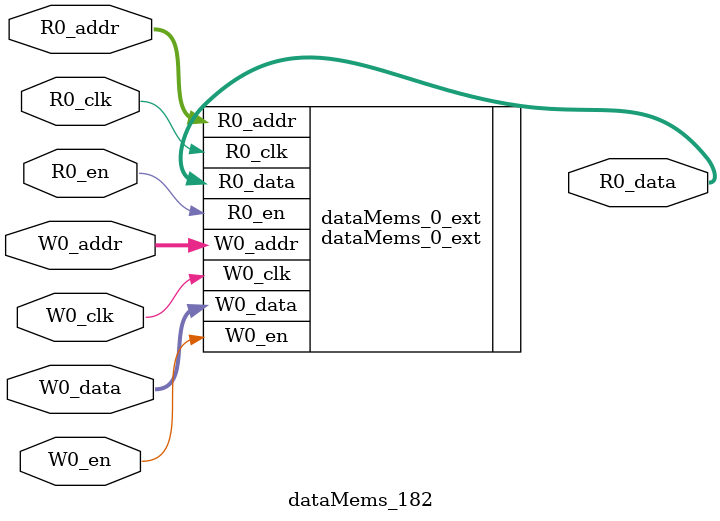
<source format=sv>
`ifndef RANDOMIZE
  `ifdef RANDOMIZE_REG_INIT
    `define RANDOMIZE
  `endif // RANDOMIZE_REG_INIT
`endif // not def RANDOMIZE
`ifndef RANDOMIZE
  `ifdef RANDOMIZE_MEM_INIT
    `define RANDOMIZE
  `endif // RANDOMIZE_MEM_INIT
`endif // not def RANDOMIZE

`ifndef RANDOM
  `define RANDOM $random
`endif // not def RANDOM

// Users can define 'PRINTF_COND' to add an extra gate to prints.
`ifndef PRINTF_COND_
  `ifdef PRINTF_COND
    `define PRINTF_COND_ (`PRINTF_COND)
  `else  // PRINTF_COND
    `define PRINTF_COND_ 1
  `endif // PRINTF_COND
`endif // not def PRINTF_COND_

// Users can define 'ASSERT_VERBOSE_COND' to add an extra gate to assert error printing.
`ifndef ASSERT_VERBOSE_COND_
  `ifdef ASSERT_VERBOSE_COND
    `define ASSERT_VERBOSE_COND_ (`ASSERT_VERBOSE_COND)
  `else  // ASSERT_VERBOSE_COND
    `define ASSERT_VERBOSE_COND_ 1
  `endif // ASSERT_VERBOSE_COND
`endif // not def ASSERT_VERBOSE_COND_

// Users can define 'STOP_COND' to add an extra gate to stop conditions.
`ifndef STOP_COND_
  `ifdef STOP_COND
    `define STOP_COND_ (`STOP_COND)
  `else  // STOP_COND
    `define STOP_COND_ 1
  `endif // STOP_COND
`endif // not def STOP_COND_

// Users can define INIT_RANDOM as general code that gets injected into the
// initializer block for modules with registers.
`ifndef INIT_RANDOM
  `define INIT_RANDOM
`endif // not def INIT_RANDOM

// If using random initialization, you can also define RANDOMIZE_DELAY to
// customize the delay used, otherwise 0.002 is used.
`ifndef RANDOMIZE_DELAY
  `define RANDOMIZE_DELAY 0.002
`endif // not def RANDOMIZE_DELAY

// Define INIT_RANDOM_PROLOG_ for use in our modules below.
`ifndef INIT_RANDOM_PROLOG_
  `ifdef RANDOMIZE
    `ifdef VERILATOR
      `define INIT_RANDOM_PROLOG_ `INIT_RANDOM
    `else  // VERILATOR
      `define INIT_RANDOM_PROLOG_ `INIT_RANDOM #`RANDOMIZE_DELAY begin end
    `endif // VERILATOR
  `else  // RANDOMIZE
    `define INIT_RANDOM_PROLOG_
  `endif // RANDOMIZE
`endif // not def INIT_RANDOM_PROLOG_

// Include register initializers in init blocks unless synthesis is set
`ifndef SYNTHESIS
  `ifndef ENABLE_INITIAL_REG_
    `define ENABLE_INITIAL_REG_
  `endif // not def ENABLE_INITIAL_REG_
`endif // not def SYNTHESIS

// Include rmemory initializers in init blocks unless synthesis is set
`ifndef SYNTHESIS
  `ifndef ENABLE_INITIAL_MEM_
    `define ENABLE_INITIAL_MEM_
  `endif // not def ENABLE_INITIAL_MEM_
`endif // not def SYNTHESIS

module dataMems_182(	// @[generators/ara/src/main/scala/UnsafeAXI4ToTL.scala:365:62]
  input  [4:0]   R0_addr,
  input          R0_en,
  input          R0_clk,
  output [130:0] R0_data,
  input  [4:0]   W0_addr,
  input          W0_en,
  input          W0_clk,
  input  [130:0] W0_data
);

  dataMems_0_ext dataMems_0_ext (	// @[generators/ara/src/main/scala/UnsafeAXI4ToTL.scala:365:62]
    .R0_addr (R0_addr),
    .R0_en   (R0_en),
    .R0_clk  (R0_clk),
    .R0_data (R0_data),
    .W0_addr (W0_addr),
    .W0_en   (W0_en),
    .W0_clk  (W0_clk),
    .W0_data (W0_data)
  );
endmodule


</source>
